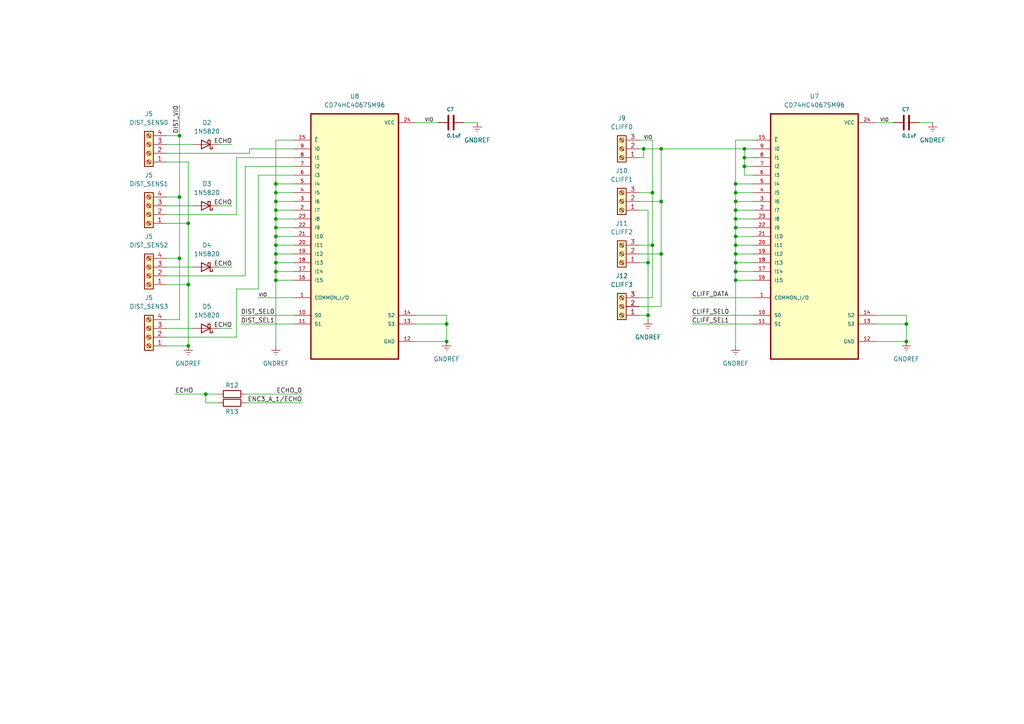
<source format=kicad_sch>
(kicad_sch (version 20230121) (generator eeschema)
  (paper "A4")
  (lib_symbols
    (symbol "CD74HC4067SM96:CD74HC4067SM96" (pin_names (offset 1.016))
      (property "Reference" "U" (at -12.7 36.56 0))
      (property "Value" "CD74HC4067SM96" (at -12.7 -39.56 0))
      (symbol "CD74HC4067SM96_0_0"
        (rectangle (start -12.7 -35.56) (end 12.7 35.56) (stroke (width 0.41)) (fill (type background)))
        (pin bidirectional line (at -17.78 -17.78 0) (length 5.08) (name "COMMON_I/O") (number "1"))
        (pin bidirectional line (at -17.78 -22.86 0) (length 5.08) (name "S0") (number "10"))
        (pin bidirectional line (at -17.78 -25.4 0) (length 5.08) (name "S1") (number "11"))
        (pin power_in line (at 17.78 -30.48 180) (length 5.08) (name "GND") (number "12"))
        (pin bidirectional line (at 17.78 -25.4 180) (length 5.08) (name "S3") (number "13"))
        (pin bidirectional line (at 17.78 -22.86 180) (length 5.08) (name "S2") (number "14"))
        (pin input line (at -17.78 27.94 0) (length 5.08) (name "~{E}") (number "15"))
        (pin input line (at -17.78 -12.7 0) (length 5.08) (name "I15") (number "16"))
        (pin input line (at -17.78 -10.16 0) (length 5.08) (name "I14") (number "17"))
        (pin input line (at -17.78 -7.62 0) (length 5.08) (name "I13") (number "18"))
        (pin input line (at -17.78 -5.08 0) (length 5.08) (name "I12") (number "19"))
        (pin input line (at -17.78 7.62 0) (length 5.08) (name "I7") (number "2"))
        (pin input line (at -17.78 -2.54 0) (length 5.08) (name "I11") (number "20"))
        (pin input line (at -17.78 0 0) (length 5.08) (name "I10") (number "21"))
        (pin input line (at -17.78 2.54 0) (length 5.08) (name "I9") (number "22"))
        (pin input line (at -17.78 5.08 0) (length 5.08) (name "I8") (number "23"))
        (pin power_in line (at 17.78 33.02 180) (length 5.08) (name "VCC") (number "24"))
        (pin input line (at -17.78 10.16 0) (length 5.08) (name "I6") (number "3"))
        (pin input line (at -17.78 12.7 0) (length 5.08) (name "I5") (number "4"))
        (pin input line (at -17.78 15.24 0) (length 5.08) (name "I4") (number "5"))
        (pin input line (at -17.78 17.78 0) (length 5.08) (name "I3") (number "6"))
        (pin input line (at -17.78 20.32 0) (length 5.08) (name "I2") (number "7"))
        (pin input line (at -17.78 22.86 0) (length 5.08) (name "I1") (number "8"))
        (pin input line (at -17.78 25.4 0) (length 5.08) (name "I0") (number "9"))
      )
    )
    (symbol "Connector:Screw_Terminal_01x03" (pin_names (offset 1.016) hide)
      (property "Reference" "J" (at 0 5.08 0))
      (property "Value" "Screw_Terminal_01x03" (at 0 -5.08 0))
      (symbol "Screw_Terminal_01x03_1_1"
        (rectangle (start -1.27 3.81) (end 1.27 -3.81) (stroke (width 0.254)) (fill (type background)))
        (circle (center 0 -2.54) (radius 0.635) (stroke (width 0.1524)))
        (polyline (pts (xy -0.5334 -2.2098) (xy 0.3302 -3.048)) (stroke (width 0.1524)))
        (polyline (pts (xy -0.5334 0.3302) (xy 0.3302 -0.508)) (stroke (width 0.1524)))
        (polyline (pts (xy -0.5334 2.8702) (xy 0.3302 2.032)) (stroke (width 0.1524)))
        (polyline (pts (xy -0.3556 -2.032) (xy 0.508 -2.8702)) (stroke (width 0.1524)))
        (polyline (pts (xy -0.3556 0.508) (xy 0.508 -0.3302)) (stroke (width 0.1524)))
        (polyline (pts (xy -0.3556 3.048) (xy 0.508 2.2098)) (stroke (width 0.1524)))
        (circle (center 0 0) (radius 0.635) (stroke (width 0.1524)))
        (circle (center 0 2.54) (radius 0.635) (stroke (width 0.1524)))
        (pin passive line (at -5.08 2.54 0) (length 3.81) (name "Pin_1") (number "1"))
        (pin passive line (at -5.08 0 0) (length 3.81) (name "Pin_2") (number "2"))
        (pin passive line (at -5.08 -2.54 0) (length 3.81) (name "Pin_3") (number "3"))
      )
    )
    (symbol "Connector:Screw_Terminal_01x04" (pin_names (offset 1.016) hide)
      (property "Reference" "J" (at 0 5.08 0))
      (property "Value" "Screw_Terminal_01x04" (at 0 -7.62 0))
      (symbol "Screw_Terminal_01x04_1_1"
        (rectangle (start -1.27 3.81) (end 1.27 -6.35) (stroke (width 0.254)) (fill (type background)))
        (circle (center 0 -5.08) (radius 0.635) (stroke (width 0.1524)))
        (circle (center 0 -2.54) (radius 0.635) (stroke (width 0.1524)))
        (polyline (pts (xy -0.5334 -4.7498) (xy 0.3302 -5.588)) (stroke (width 0.1524)))
        (polyline (pts (xy -0.5334 -2.2098) (xy 0.3302 -3.048)) (stroke (width 0.1524)))
        (polyline (pts (xy -0.5334 0.3302) (xy 0.3302 -0.508)) (stroke (width 0.1524)))
        (polyline (pts (xy -0.5334 2.8702) (xy 0.3302 2.032)) (stroke (width 0.1524)))
        (polyline (pts (xy -0.3556 -4.572) (xy 0.508 -5.4102)) (stroke (width 0.1524)))
        (polyline (pts (xy -0.3556 -2.032) (xy 0.508 -2.8702)) (stroke (width 0.1524)))
        (polyline (pts (xy -0.3556 0.508) (xy 0.508 -0.3302)) (stroke (width 0.1524)))
        (polyline (pts (xy -0.3556 3.048) (xy 0.508 2.2098)) (stroke (width 0.1524)))
        (circle (center 0 0) (radius 0.635) (stroke (width 0.1524)))
        (circle (center 0 2.54) (radius 0.635) (stroke (width 0.1524)))
        (pin passive line (at -5.08 2.54 0) (length 3.81) (name "Pin_1") (number "1"))
        (pin passive line (at -5.08 0 0) (length 3.81) (name "Pin_2") (number "2"))
        (pin passive line (at -5.08 -2.54 0) (length 3.81) (name "Pin_3") (number "3"))
        (pin passive line (at -5.08 -5.08 0) (length 3.81) (name "Pin_4") (number "4"))
      )
    )
    (symbol "Device:C" (pin_numbers hide) (pin_names (offset 0.254))
      (property "Reference" "C" (at 0.635 2.54 0))
      (property "Value" "C" (at 0.635 -2.54 0))
      (symbol "C_0_1"
        (polyline (pts (xy -2.032 -0.762) (xy 2.032 -0.762)) (stroke (width 0.508)))
        (polyline (pts (xy -2.032 0.762) (xy 2.032 0.762)) (stroke (width 0.508)))
      )
      (symbol "C_1_1"
        (pin passive line (at 0 3.81 270) (length 2.794) (name "~") (number "1"))
        (pin passive line (at 0 -3.81 90) (length 2.794) (name "~") (number "2"))
      )
    )
    (symbol "Device:R" (pin_numbers hide) (pin_names (offset 0))
      (property "Reference" "R" (at 2.032 0 90))
      (property "Value" "R" (at 0 0 90))
      (symbol "R_0_1"
        (rectangle (start -1.016 -2.54) (end 1.016 2.54) (stroke (width 0.254)))
      )
      (symbol "R_1_1"
        (pin passive line (at 0 3.81 270) (length 1.27) (name "~") (number "1"))
        (pin passive line (at 0 -3.81 90) (length 1.27) (name "~") (number "2"))
      )
    )
    (symbol "Diode:1N5820" (pin_numbers hide) (pin_names (offset 1.016) hide)
      (property "Reference" "D" (at 0 2.54 0))
      (property "Value" "1N5820" (at 0 -2.54 0))
      (symbol "1N5820_0_1"
        (polyline (pts (xy 1.27 0) (xy -1.27 0)))
        (polyline (pts (xy 1.27 1.27) (xy 1.27 -1.27) (xy -1.27 0) (xy 1.27 1.27)) (stroke (width 0.254)))
        (polyline (pts (xy -1.905 0.635) (xy -1.905 1.27) (xy -1.27 1.27) (xy -1.27 -1.27) (xy -0.635 -1.27) (xy -0.635 -0.635)) (stroke (width 0.254)))
      )
      (symbol "1N5820_1_1"
        (pin passive line (at -3.81 0 0) (length 2.54) (name "K") (number "1"))
        (pin passive line (at 3.81 0 180) (length 2.54) (name "A") (number "2"))
      )
    )
    (symbol "power:GNDREF" (power) (pin_names (offset 0))
      (property "Value" "GND" (at 0 -3.81 0))
      (symbol "GNDREF_0_1"
        (polyline (pts (xy -0.635 -1.905) (xy 0.635 -1.905)))
        (polyline (pts (xy -0.127 -2.54) (xy 0.127 -2.54)))
        (polyline (pts (xy 0 -1.27) (xy 0 0)))
        (polyline (pts (xy 1.27 -1.27) (xy -1.27 -1.27)))
      )
      (symbol "GNDREF_1_1"
        (pin power_in line (at 0 0 270) (length 0) hide (name "GNDREF") (number "1"))
      )
    )
  )
  (junction (at 213.36 68.58))
  (junction (at 59.69 114.3))
  (junction (at 129.54 93.98))
  (junction (at 262.89 99.06))
  (junction (at 54.61 100.33))
  (junction (at 215.9 45.72))
  (junction (at 189.23 55.88))
  (junction (at 191.77 73.66))
  (junction (at 54.61 82.55))
  (junction (at 52.07 74.93))
  (junction (at 187.96 91.44))
  (junction (at 80.01 76.2))
  (junction (at 213.36 81.28))
  (junction (at 129.54 99.06))
  (junction (at 80.01 78.74))
  (junction (at 54.61 64.77))
  (junction (at 213.36 55.88))
  (junction (at 213.36 66.04))
  (junction (at 80.01 63.5))
  (junction (at 191.77 58.42))
  (junction (at 80.01 81.28))
  (junction (at 262.89 93.98))
  (junction (at 215.9 48.26))
  (junction (at 80.01 55.88))
  (junction (at 80.01 71.12))
  (junction (at 80.01 58.42))
  (junction (at 191.77 43.18))
  (junction (at 213.36 71.12))
  (junction (at 213.36 60.96))
  (junction (at 213.36 76.2))
  (junction (at 80.01 68.58))
  (junction (at 80.01 60.96))
  (junction (at 186.69 43.18))
  (junction (at 52.07 39.37))
  (junction (at 213.36 63.5))
  (junction (at 80.01 73.66))
  (junction (at 213.36 73.66))
  (junction (at 187.96 76.2))
  (junction (at 52.07 57.15))
  (junction (at 213.36 58.42))
  (junction (at 189.23 71.12))
  (junction (at 80.01 66.04))
  (junction (at 213.36 53.34))
  (junction (at 215.9 43.18))
  (junction (at 213.36 78.74))
  (junction (at 80.01 53.34))
  (wire (pts (xy 80.01 78.74) (xy 85.09 78.74)))
  (wire (pts (xy 213.36 81.28) (xy 213.36 100.33)))
  (wire (pts (xy 80.01 71.12) (xy 80.01 73.66)))
  (wire (pts (xy 213.36 66.04) (xy 213.36 68.58)))
  (wire (pts (xy 74.93 50.8) (xy 74.93 83.82)))
  (wire (pts (xy 215.9 48.26) (xy 215.9 45.72)))
  (wire (pts (xy 68.58 45.72) (xy 85.09 45.72)))
  (wire (pts (xy 80.01 66.04) (xy 85.09 66.04)))
  (wire (pts (xy 213.36 78.74) (xy 213.36 81.28)))
  (wire (pts (xy 48.26 80.01) (xy 71.12 80.01)))
  (wire (pts (xy 54.61 46.99) (xy 54.61 64.77)))
  (wire (pts (xy 189.23 86.36) (xy 189.23 71.12)))
  (wire (pts (xy 185.42 43.18) (xy 186.69 43.18)))
  (wire (pts (xy 80.01 40.64) (xy 80.01 53.34)))
  (wire (pts (xy 129.54 91.44) (xy 129.54 93.98)))
  (wire (pts (xy 189.23 71.12) (xy 189.23 55.88)))
  (wire (pts (xy 120.65 91.44) (xy 129.54 91.44)))
  (wire (pts (xy 215.9 43.18) (xy 218.44 43.18)))
  (wire (pts (xy 213.36 60.96) (xy 213.36 63.5)))
  (wire (pts (xy 185.42 86.36) (xy 189.23 86.36)))
  (wire (pts (xy 80.01 76.2) (xy 80.01 78.74)))
  (wire (pts (xy 254 99.06) (xy 262.89 99.06)))
  (wire (pts (xy 218.44 48.26) (xy 215.9 48.26)))
  (wire (pts (xy 185.42 71.12) (xy 189.23 71.12)))
  (wire (pts (xy 48.26 95.25) (xy 55.88 95.25)))
  (wire (pts (xy 50.8 114.3) (xy 59.69 114.3)))
  (wire (pts (xy 262.89 93.98) (xy 262.89 99.06)))
  (wire (pts (xy 85.09 40.64) (xy 80.01 40.64)))
  (wire (pts (xy 74.93 50.8) (xy 85.09 50.8)))
  (wire (pts (xy 69.85 93.98) (xy 85.09 93.98)))
  (wire (pts (xy 48.26 59.69) (xy 55.88 59.69)))
  (wire (pts (xy 59.69 114.3) (xy 63.5 114.3)))
  (wire (pts (xy 52.07 74.93) (xy 52.07 92.71)))
  (wire (pts (xy 80.01 66.04) (xy 80.01 68.58)))
  (wire (pts (xy 48.26 64.77) (xy 54.61 64.77)))
  (wire (pts (xy 262.89 91.44) (xy 262.89 93.98)))
  (wire (pts (xy 80.01 58.42) (xy 85.09 58.42)))
  (wire (pts (xy 185.42 55.88) (xy 189.23 55.88)))
  (wire (pts (xy 48.26 39.37) (xy 52.07 39.37)))
  (wire (pts (xy 80.01 81.28) (xy 80.01 100.33)))
  (wire (pts (xy 213.36 71.12) (xy 213.36 73.66)))
  (wire (pts (xy 71.12 116.84) (xy 87.63 116.84)))
  (wire (pts (xy 80.01 81.28) (xy 85.09 81.28)))
  (wire (pts (xy 72.39 44.45) (xy 72.39 43.18)))
  (wire (pts (xy 187.96 92.71) (xy 187.96 91.44)))
  (wire (pts (xy 71.12 48.26) (xy 85.09 48.26)))
  (wire (pts (xy 52.07 30.48) (xy 52.07 39.37)))
  (wire (pts (xy 218.44 45.72) (xy 215.9 45.72)))
  (wire (pts (xy 213.36 63.5) (xy 213.36 66.04)))
  (wire (pts (xy 218.44 50.8) (xy 215.9 50.8)))
  (wire (pts (xy 80.01 60.96) (xy 80.01 63.5)))
  (wire (pts (xy 48.26 46.99) (xy 54.61 46.99)))
  (wire (pts (xy 213.36 58.42) (xy 218.44 58.42)))
  (wire (pts (xy 213.36 73.66) (xy 218.44 73.66)))
  (wire (pts (xy 48.26 41.91) (xy 55.88 41.91)))
  (wire (pts (xy 213.36 55.88) (xy 218.44 55.88)))
  (wire (pts (xy 191.77 43.18) (xy 215.9 43.18)))
  (wire (pts (xy 63.5 59.69) (xy 67.31 59.69)))
  (wire (pts (xy 215.9 50.8) (xy 215.9 48.26)))
  (wire (pts (xy 134.62 35.56) (xy 138.43 35.56)))
  (wire (pts (xy 68.58 97.79) (xy 48.26 97.79)))
  (wire (pts (xy 80.01 55.88) (xy 80.01 58.42)))
  (wire (pts (xy 68.58 83.82) (xy 68.58 97.79)))
  (wire (pts (xy 213.36 68.58) (xy 218.44 68.58)))
  (wire (pts (xy 191.77 58.42) (xy 191.77 43.18)))
  (wire (pts (xy 254 91.44) (xy 262.89 91.44)))
  (wire (pts (xy 80.01 55.88) (xy 85.09 55.88)))
  (wire (pts (xy 48.26 77.47) (xy 55.88 77.47)))
  (wire (pts (xy 52.07 57.15) (xy 52.07 74.93)))
  (wire (pts (xy 200.66 86.36) (xy 218.44 86.36)))
  (wire (pts (xy 52.07 39.37) (xy 52.07 57.15)))
  (wire (pts (xy 48.26 82.55) (xy 54.61 82.55)))
  (wire (pts (xy 80.01 73.66) (xy 80.01 76.2)))
  (wire (pts (xy 191.77 58.42) (xy 191.77 73.66)))
  (wire (pts (xy 213.36 76.2) (xy 213.36 78.74)))
  (wire (pts (xy 200.66 93.98) (xy 218.44 93.98)))
  (wire (pts (xy 185.42 88.9) (xy 191.77 88.9)))
  (wire (pts (xy 189.23 55.88) (xy 189.23 40.64)))
  (wire (pts (xy 80.01 73.66) (xy 85.09 73.66)))
  (wire (pts (xy 80.01 76.2) (xy 85.09 76.2)))
  (wire (pts (xy 213.36 53.34) (xy 213.36 55.88)))
  (wire (pts (xy 213.36 73.66) (xy 213.36 76.2)))
  (wire (pts (xy 186.69 43.18) (xy 186.69 45.72)))
  (wire (pts (xy 54.61 64.77) (xy 54.61 82.55)))
  (wire (pts (xy 85.09 53.34) (xy 80.01 53.34)))
  (wire (pts (xy 48.26 100.33) (xy 54.61 100.33)))
  (wire (pts (xy 80.01 63.5) (xy 85.09 63.5)))
  (wire (pts (xy 54.61 82.55) (xy 54.61 100.33)))
  (wire (pts (xy 186.69 45.72) (xy 185.42 45.72)))
  (wire (pts (xy 254 35.56) (xy 259.08 35.56)))
  (wire (pts (xy 213.36 78.74) (xy 218.44 78.74)))
  (wire (pts (xy 129.54 93.98) (xy 129.54 99.06)))
  (wire (pts (xy 48.26 62.23) (xy 68.58 62.23)))
  (wire (pts (xy 48.26 92.71) (xy 52.07 92.71)))
  (wire (pts (xy 74.93 83.82) (xy 68.58 83.82)))
  (wire (pts (xy 218.44 53.34) (xy 213.36 53.34)))
  (wire (pts (xy 215.9 45.72) (xy 215.9 43.18)))
  (wire (pts (xy 69.85 91.44) (xy 85.09 91.44)))
  (wire (pts (xy 185.42 60.96) (xy 187.96 60.96)))
  (wire (pts (xy 80.01 60.96) (xy 85.09 60.96)))
  (wire (pts (xy 185.42 40.64) (xy 189.23 40.64)))
  (wire (pts (xy 74.93 86.36) (xy 85.09 86.36)))
  (wire (pts (xy 187.96 60.96) (xy 187.96 76.2)))
  (wire (pts (xy 71.12 80.01) (xy 71.12 48.26)))
  (wire (pts (xy 120.65 93.98) (xy 129.54 93.98)))
  (wire (pts (xy 63.5 95.25) (xy 67.31 95.25)))
  (wire (pts (xy 185.42 91.44) (xy 187.96 91.44)))
  (wire (pts (xy 68.58 62.23) (xy 68.58 45.72)))
  (wire (pts (xy 186.69 43.18) (xy 191.77 43.18)))
  (wire (pts (xy 213.36 40.64) (xy 213.36 53.34)))
  (wire (pts (xy 213.36 58.42) (xy 213.36 60.96)))
  (wire (pts (xy 48.26 44.45) (xy 72.39 44.45)))
  (wire (pts (xy 213.36 55.88) (xy 213.36 58.42)))
  (wire (pts (xy 266.7 35.56) (xy 270.51 35.56)))
  (wire (pts (xy 72.39 43.18) (xy 85.09 43.18)))
  (wire (pts (xy 48.26 74.93) (xy 52.07 74.93)))
  (wire (pts (xy 127 35.56) (xy 120.65 35.56)))
  (wire (pts (xy 213.36 60.96) (xy 218.44 60.96)))
  (wire (pts (xy 213.36 68.58) (xy 213.36 71.12)))
  (wire (pts (xy 185.42 73.66) (xy 191.77 73.66)))
  (wire (pts (xy 71.12 114.3) (xy 87.63 114.3)))
  (wire (pts (xy 80.01 68.58) (xy 85.09 68.58)))
  (wire (pts (xy 213.36 81.28) (xy 218.44 81.28)))
  (wire (pts (xy 63.5 77.47) (xy 67.31 77.47)))
  (wire (pts (xy 213.36 71.12) (xy 218.44 71.12)))
  (wire (pts (xy 120.65 99.06) (xy 129.54 99.06)))
  (wire (pts (xy 191.77 73.66) (xy 191.77 88.9)))
  (wire (pts (xy 80.01 58.42) (xy 80.01 60.96)))
  (wire (pts (xy 185.42 76.2) (xy 187.96 76.2)))
  (wire (pts (xy 63.5 41.91) (xy 67.31 41.91)))
  (wire (pts (xy 187.96 76.2) (xy 187.96 91.44)))
  (wire (pts (xy 80.01 53.34) (xy 80.01 55.88)))
  (wire (pts (xy 254 93.98) (xy 262.89 93.98)))
  (wire (pts (xy 213.36 63.5) (xy 218.44 63.5)))
  (wire (pts (xy 63.5 116.84) (xy 59.69 116.84)))
  (wire (pts (xy 80.01 63.5) (xy 80.01 66.04)))
  (wire (pts (xy 200.66 91.44) (xy 218.44 91.44)))
  (wire (pts (xy 80.01 71.12) (xy 85.09 71.12)))
  (wire (pts (xy 218.44 40.64) (xy 213.36 40.64)))
  (wire (pts (xy 80.01 68.58) (xy 80.01 71.12)))
  (wire (pts (xy 213.36 66.04) (xy 218.44 66.04)))
  (wire (pts (xy 48.26 57.15) (xy 52.07 57.15)))
  (wire (pts (xy 213.36 76.2) (xy 218.44 76.2)))
  (wire (pts (xy 80.01 78.74) (xy 80.01 81.28)))
  (wire (pts (xy 59.69 116.84) (xy 59.69 114.3)))
  (wire (pts (xy 185.42 58.42) (xy 191.77 58.42)))
  (label "CLIFF_SEL0" (at 200.66 91.44 0))
  (label "CLIFF_DATA" (at 200.66 86.36 0))
  (label "DIST_VIO" (at 52.07 30.48 270))
  (label "ECHO" (at 67.31 59.69 180))
  (label "ENC3_A_1{slash}ECHO" (at 87.63 116.84 180))
  (label "VIO" (at 125.73 35.56 180) (effects (font (size 1 1))))
  (label "VIO" (at 257.81 35.56 180) (effects (font (size 1 1))))
  (label "ECHO" (at 50.8 114.3 0))
  (label "VIO" (at 74.93 86.36 0) (effects (font (size 1 1))))
  (label "ECHO" (at 67.31 77.47 180))
  (label "DIST_SEL1" (at 69.85 93.98 0))
  (label "CLIFF_SEL1" (at 200.66 93.98 0))
  (label "VIO" (at 189.23 40.64 180) (effects (font (size 1 1))))
  (label "DIST_SEL0" (at 69.85 91.44 0))
  (label "ECHO" (at 67.31 41.91 180))
  (label "ECHO_0" (at 87.63 114.3 180))
  (label "ECHO" (at 67.31 95.25 180))
  (symbol (lib_id "Connector:Screw_Terminal_01x04") (at 43.18 80.01 180) (unit 1)
    (property "Reference" "J5" (at 43.18 68.58 0))
    (property "Value" "DIST_SENS2" (at 43.18 71.12 0))
    (instances (project "rvisitor_module_board_v1" (path "" (reference "J5") (unit 1)) (path "" (reference "J15") (unit 1))))
  )
  (symbol (lib_id "power:GNDREF") (at 270.51 35.56 0) (unit 1)
    (property "Reference" "#PWR04" (effects hide))
    (property "Value" "GND" (at 270.51 40.64 0))
    (instances (project "rvisitor_module_board_v1" (path "" (reference "#PWR04") (unit 1)) (path "" (reference "#PWR015") (unit 1)) (path "" (reference "#PWR032") (unit 1))))
  )
  (symbol (lib_id "power:GNDREF") (at 213.36 100.33 0) (unit 1)
    (property "Reference" "#PWR04" (effects hide))
    (property "Value" "GND" (at 213.36 105.41 0))
    (instances (project "rvisitor_module_board_v1" (path "" (reference "#PWR04") (unit 1)) (path "" (reference "#PWR015") (unit 1)) (path "" (reference "#PWR021") (unit 1))))
  )
  (symbol (lib_id "Connector:Screw_Terminal_01x04") (at 43.18 44.45 180) (unit 1)
    (property "Reference" "J5" (at 43.18 33.02 0))
    (property "Value" "DIST_SENS0" (at 43.18 35.56 0))
    (instances (project "rvisitor_module_board_v1" (path "" (reference "J5") (unit 1)) (path "" (reference "J13") (unit 1))))
  )
  (symbol (lib_id "Connector:Screw_Terminal_01x03") (at 180.34 43.18 180) (unit 1)
    (property "Reference" "J9" (at 180.34 34.29 0))
    (property "Value" "CLIFF0" (at 180.34 36.83 0))
  )
  (symbol (lib_id "Connector:Screw_Terminal_01x03") (at 180.34 58.42 180) (unit 1)
    (property "Reference" "J10" (at 180.34 49.53 0))
    (property "Value" "CLIFF1" (at 180.34 52.07 0))
  )
  (symbol (lib_id "power:GNDREF") (at 54.61 100.33 0) (unit 1)
    (property "Reference" "#PWR04" (effects hide))
    (property "Value" "GND" (at 54.61 105.41 0))
    (instances (project "rvisitor_module_board_v1" (path "" (reference "#PWR04") (unit 1)) (path "" (reference "#PWR015") (unit 1)) (path "" (reference "#PWR022") (unit 1))))
  )
  (symbol (lib_id "Diode:1N5820") (at 59.69 95.25 180) (unit 1)
    (property "Reference" "D5" (at 60.0075 88.9 0))
    (property "Value" "1N5820" (at 60.0075 91.44 0))
    (property "Footprint" "Diode_THT:D_DO-201AD_P15.24mm_Horizontal" (effects hide))
    (property "Datasheet" "http://www.vishay.com/docs/88526/1n5820.pdf" (effects hide))
  )
  (symbol (lib_id "CD74HC4067SM96:CD74HC4067SM96") (at 236.22 68.58 0) (unit 1)
    (property "Reference" "U7" (at 236.22 27.94 0))
    (property "Value" "CD74HC4067SM96" (at 236.22 30.48 0))
    (property "Footprint" "CD74HC4067SM96:SOP65P780X200-24N" (effects hide))
    (property "MF" "Texas Instruments" (effects hide))
    (property "Description" "\n5-V, 16:1, 1-channel analog multiplexer\n" (effects hide))
    (property "Package" "SSOP-24 Texas Instruments" (effects hide))
    (property "Price" "None" (effects hide))
    (property "SnapEDA_Link" "https://www.snapeda.com/parts/CD74HC4067SM96/Texas+Instruments/view-part/?ref=snap" (effects hide))
    (property "MP" "CD74HC4067SM96" (effects hide))
    (property "Availability" "In Stock" (effects hide))
    (property "Check_prices" "https://www.snapeda.com/parts/CD74HC4067SM96/Texas+Instruments/view-part/?ref=eda" (effects hide))
  )
  (symbol (lib_id "power:GNDREF") (at 262.89 99.06 0) (unit 1)
    (property "Reference" "#PWR04" (effects hide))
    (property "Value" "GND" (at 262.89 104.14 0))
    (instances (project "rvisitor_module_board_v1" (path "" (reference "#PWR04") (unit 1)) (path "" (reference "#PWR015") (unit 1)) (path "" (reference "#PWR020") (unit 1))))
  )
  (symbol (lib_id "Connector:Screw_Terminal_01x03") (at 180.34 88.9 180) (unit 1)
    (property "Reference" "J12" (at 180.34 80.01 0))
    (property "Value" "CLIFF3" (at 180.34 82.55 0))
  )
  (symbol (lib_id "power:GNDREF") (at 129.54 99.06 0) (unit 1)
    (property "Reference" "#PWR04" (effects hide))
    (property "Value" "GND" (at 129.54 104.14 0))
    (instances (project "rvisitor_module_board_v1" (path "" (reference "#PWR04") (unit 1)) (path "" (reference "#PWR015") (unit 1)) (path "" (reference "#PWR025") (unit 1))))
  )
  (symbol (lib_id "Device:R") (at 67.31 116.84 270) (unit 1)
    (property "Reference" "R13" (at 67.31 119.38 90))
    (property "Value" "R" (effects hide))
    (instances (project "rvisitor_module_board_v1" (path "" (reference "R13") (unit 1)) (path "" (reference "R17") (unit 1))))
  )
  (symbol (lib_id "power:GNDREF") (at 80.01 100.33 0) (unit 1)
    (property "Reference" "#PWR04" (effects hide))
    (property "Value" "GND" (at 80.01 105.41 0))
    (instances (project "rvisitor_module_board_v1" (path "" (reference "#PWR04") (unit 1)) (path "" (reference "#PWR015") (unit 1)) (path "" (reference "#PWR024") (unit 1))))
  )
  (symbol (lib_id "CD74HC4067SM96:CD74HC4067SM96") (at 102.87 68.58 0) (unit 1)
    (property "Reference" "U8" (at 102.87 27.94 0))
    (property "Value" "CD74HC4067SM96" (at 102.87 30.48 0))
    (property "Footprint" "CD74HC4067SM96:SOP65P780X200-24N" (effects hide))
    (property "MF" "Texas Instruments" (effects hide))
    (property "Description" "\n5-V, 16:1, 1-channel analog multiplexer\n" (effects hide))
    (property "Package" "SSOP-24 Texas Instruments" (effects hide))
    (property "Price" "None" (effects hide))
    (property "SnapEDA_Link" "https://www.snapeda.com/parts/CD74HC4067SM96/Texas+Instruments/view-part/?ref=snap" (effects hide))
    (property "MP" "CD74HC4067SM96" (effects hide))
    (property "Availability" "In Stock" (effects hide))
    (property "Check_prices" "https://www.snapeda.com/parts/CD74HC4067SM96/Texas+Instruments/view-part/?ref=eda" (effects hide))
  )
  (symbol (lib_id "Device:C") (at 130.81 35.56 270) (unit 1)
    (property "Reference" "C7" (at 129.54 31.75 90) (effects (font (size 1 1)) (justify left)))
    (property "Value" "0.1uF" (at 129.54 39.37 90) (effects (font (size 1 1)) (justify left)))
    (instances (project "rvisitor_module_board_v1" (path "" (reference "C7") (unit 1)) (path "" (reference "C20") (unit 1))))
  )
  (symbol (lib_id "Connector:Screw_Terminal_01x03") (at 180.34 73.66 180) (unit 1)
    (property "Reference" "J11" (at 180.34 64.77 0))
    (property "Value" "CLIFF2" (at 180.34 67.31 0))
  )
  (symbol (lib_id "Connector:Screw_Terminal_01x04") (at 43.18 97.79 180) (unit 1)
    (property "Reference" "J5" (at 43.18 86.36 0))
    (property "Value" "DIST_SENS3" (at 43.18 88.9 0))
    (instances (project "rvisitor_module_board_v1" (path "" (reference "J5") (unit 1)) (path "" (reference "J16") (unit 1))))
  )
  (symbol (lib_id "Device:R") (at 67.31 114.3 270) (unit 1)
    (property "Reference" "R12" (at 67.31 111.76 90))
    (property "Value" "R" (effects hide))
    (instances (project "rvisitor_module_board_v1" (path "" (reference "R12") (unit 1)) (path "" (reference "R16") (unit 1))))
  )
  (symbol (lib_id "Diode:1N5820") (at 59.69 41.91 180) (unit 1)
    (property "Reference" "D2" (at 60.0075 35.56 0))
    (property "Value" "1N5820" (at 60.0075 38.1 0))
    (property "Footprint" "Diode_THT:D_DO-201AD_P15.24mm_Horizontal" (effects hide))
    (property "Datasheet" "http://www.vishay.com/docs/88526/1n5820.pdf" (effects hide))
  )
  (symbol (lib_id "Connector:Screw_Terminal_01x04") (at 43.18 62.23 180) (unit 1)
    (property "Reference" "J5" (at 43.18 50.8 0))
    (property "Value" "DIST_SENS1" (at 43.18 53.34 0))
    (instances (project "rvisitor_module_board_v1" (path "" (reference "J5") (unit 1)) (path "" (reference "J14") (unit 1))))
  )
  (symbol (lib_id "Diode:1N5820") (at 59.69 77.47 180) (unit 1)
    (property "Reference" "D4" (at 60.0075 71.12 0))
    (property "Value" "1N5820" (at 60.0075 73.66 0))
    (property "Footprint" "Diode_THT:D_DO-201AD_P15.24mm_Horizontal" (effects hide))
    (property "Datasheet" "http://www.vishay.com/docs/88526/1n5820.pdf" (effects hide))
  )
  (symbol (lib_id "power:GNDREF") (at 187.96 92.71 0) (unit 1)
    (property "Reference" "#PWR04" (effects hide))
    (property "Value" "GND" (at 187.96 97.79 0))
    (instances (project "rvisitor_module_board_v1" (path "" (reference "#PWR04") (unit 1)) (path "" (reference "#PWR015") (unit 1)) (path "" (reference "#PWR023") (unit 1))))
  )
  (symbol (lib_id "Device:C") (at 262.89 35.56 270) (unit 1)
    (property "Reference" "C7" (at 261.62 31.75 90) (effects (font (size 1 1)) (justify left)))
    (property "Value" "0.1uF" (at 261.62 39.37 90) (effects (font (size 1 1)) (justify left)))
    (instances (project "rvisitor_module_board_v1" (path "" (reference "C7") (unit 1)) (path "" (reference "C19") (unit 1))))
  )
  (symbol (lib_id "power:GNDREF") (at 138.43 35.56 0) (unit 1)
    (property "Reference" "#PWR04" (effects hide))
    (property "Value" "GND" (at 138.43 40.64 0))
    (instances (project "rvisitor_module_board_v1" (path "" (reference "#PWR04") (unit 1)) (path "" (reference "#PWR015") (unit 1)) (path "" (reference "#PWR031") (unit 1))))
  )
  (symbol (lib_id "Diode:1N5820") (at 59.69 59.69 180) (unit 1)
    (property "Reference" "D3" (at 60.0075 53.34 0))
    (property "Value" "1N5820" (at 60.0075 55.88 0))
    (property "Footprint" "Diode_THT:D_DO-201AD_P15.24mm_Horizontal" (effects hide))
    (property "Datasheet" "http://www.vishay.com/docs/88526/1n5820.pdf" (effects hide))
  )
)
</source>
